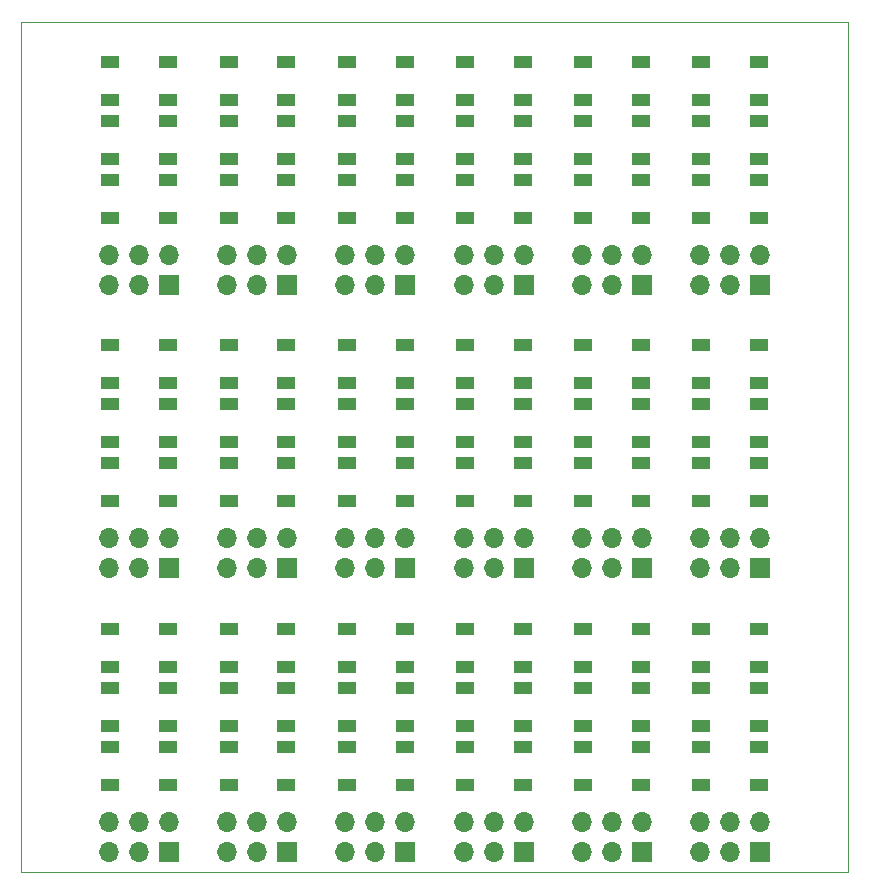
<source format=gbr>
G04 #@! TF.GenerationSoftware,KiCad,Pcbnew,5.1.10-88a1d61d58~90~ubuntu21.04.1*
G04 #@! TF.CreationDate,2021-10-01T11:59:45+02:00*
G04 #@! TF.ProjectId,IndicatorLeds,496e6469-6361-4746-9f72-4c6564732e6b,rev?*
G04 #@! TF.SameCoordinates,Original*
G04 #@! TF.FileFunction,Soldermask,Top*
G04 #@! TF.FilePolarity,Negative*
%FSLAX46Y46*%
G04 Gerber Fmt 4.6, Leading zero omitted, Abs format (unit mm)*
G04 Created by KiCad (PCBNEW 5.1.10-88a1d61d58~90~ubuntu21.04.1) date 2021-10-01 11:59:45*
%MOMM*%
%LPD*%
G01*
G04 APERTURE LIST*
G04 #@! TA.AperFunction,Profile*
%ADD10C,0.100000*%
G04 #@! TD*
%ADD11R,1.700000X1.700000*%
%ADD12O,1.700000X1.700000*%
%ADD13R,1.500000X1.000000*%
G04 APERTURE END LIST*
D10*
X45000000Y-49999000D02*
X110000000Y-49999000D01*
X45000000Y-122001000D02*
X45000000Y-49999000D01*
X115001000Y-122001000D02*
X45000000Y-122001000D01*
X115001000Y-49999000D02*
X115001000Y-122001000D01*
X110000000Y-49999000D02*
X115001000Y-49999000D01*
D11*
G04 #@! TO.C,J1*
X107529026Y-120261011D03*
D12*
X107529026Y-117721011D03*
X104989026Y-120261011D03*
X104989026Y-117721011D03*
X102449026Y-120261011D03*
X102449026Y-117721011D03*
G04 #@! TD*
D13*
G04 #@! TO.C,D1*
X107450026Y-114600011D03*
X107450026Y-111400011D03*
X102550026Y-114600011D03*
X102550026Y-111400011D03*
G04 #@! TD*
G04 #@! TO.C,D2*
X107450026Y-109600011D03*
X107450026Y-106400011D03*
X102550026Y-109600011D03*
X102550026Y-106400011D03*
G04 #@! TD*
G04 #@! TO.C,D3*
X107450026Y-104600011D03*
X107450026Y-101400011D03*
X102550026Y-104600011D03*
X102550026Y-101400011D03*
G04 #@! TD*
D11*
G04 #@! TO.C,J1*
X97529021Y-120261011D03*
D12*
X97529021Y-117721011D03*
X94989021Y-120261011D03*
X94989021Y-117721011D03*
X92449021Y-120261011D03*
X92449021Y-117721011D03*
G04 #@! TD*
D13*
G04 #@! TO.C,D1*
X97450021Y-114600011D03*
X97450021Y-111400011D03*
X92550021Y-114600011D03*
X92550021Y-111400011D03*
G04 #@! TD*
G04 #@! TO.C,D2*
X97450021Y-109600011D03*
X97450021Y-106400011D03*
X92550021Y-109600011D03*
X92550021Y-106400011D03*
G04 #@! TD*
G04 #@! TO.C,D3*
X97450021Y-104600011D03*
X97450021Y-101400011D03*
X92550021Y-104600011D03*
X92550021Y-101400011D03*
G04 #@! TD*
D11*
G04 #@! TO.C,J1*
X87529016Y-120261011D03*
D12*
X87529016Y-117721011D03*
X84989016Y-120261011D03*
X84989016Y-117721011D03*
X82449016Y-120261011D03*
X82449016Y-117721011D03*
G04 #@! TD*
D13*
G04 #@! TO.C,D1*
X87450016Y-114600011D03*
X87450016Y-111400011D03*
X82550016Y-114600011D03*
X82550016Y-111400011D03*
G04 #@! TD*
G04 #@! TO.C,D2*
X87450016Y-109600011D03*
X87450016Y-106400011D03*
X82550016Y-109600011D03*
X82550016Y-106400011D03*
G04 #@! TD*
G04 #@! TO.C,D3*
X87450016Y-104600011D03*
X87450016Y-101400011D03*
X82550016Y-104600011D03*
X82550016Y-101400011D03*
G04 #@! TD*
D11*
G04 #@! TO.C,J1*
X77529011Y-120261011D03*
D12*
X77529011Y-117721011D03*
X74989011Y-120261011D03*
X74989011Y-117721011D03*
X72449011Y-120261011D03*
X72449011Y-117721011D03*
G04 #@! TD*
D13*
G04 #@! TO.C,D1*
X77450011Y-114600011D03*
X77450011Y-111400011D03*
X72550011Y-114600011D03*
X72550011Y-111400011D03*
G04 #@! TD*
G04 #@! TO.C,D2*
X77450011Y-109600011D03*
X77450011Y-106400011D03*
X72550011Y-109600011D03*
X72550011Y-106400011D03*
G04 #@! TD*
G04 #@! TO.C,D3*
X77450011Y-104600011D03*
X77450011Y-101400011D03*
X72550011Y-104600011D03*
X72550011Y-101400011D03*
G04 #@! TD*
D11*
G04 #@! TO.C,J1*
X67529006Y-120261011D03*
D12*
X67529006Y-117721011D03*
X64989006Y-120261011D03*
X64989006Y-117721011D03*
X62449006Y-120261011D03*
X62449006Y-117721011D03*
G04 #@! TD*
D13*
G04 #@! TO.C,D1*
X67450006Y-114600011D03*
X67450006Y-111400011D03*
X62550006Y-114600011D03*
X62550006Y-111400011D03*
G04 #@! TD*
G04 #@! TO.C,D2*
X67450006Y-109600011D03*
X67450006Y-106400011D03*
X62550006Y-109600011D03*
X62550006Y-106400011D03*
G04 #@! TD*
G04 #@! TO.C,D3*
X67450006Y-104600011D03*
X67450006Y-101400011D03*
X62550006Y-104600011D03*
X62550006Y-101400011D03*
G04 #@! TD*
D11*
G04 #@! TO.C,J1*
X57529001Y-120261011D03*
D12*
X57529001Y-117721011D03*
X54989001Y-120261011D03*
X54989001Y-117721011D03*
X52449001Y-120261011D03*
X52449001Y-117721011D03*
G04 #@! TD*
D13*
G04 #@! TO.C,D1*
X57450001Y-114600011D03*
X57450001Y-111400011D03*
X52550001Y-114600011D03*
X52550001Y-111400011D03*
G04 #@! TD*
G04 #@! TO.C,D2*
X57450001Y-109600011D03*
X57450001Y-106400011D03*
X52550001Y-109600011D03*
X52550001Y-106400011D03*
G04 #@! TD*
G04 #@! TO.C,D3*
X57450001Y-104600011D03*
X57450001Y-101400011D03*
X52550001Y-104600011D03*
X52550001Y-101400011D03*
G04 #@! TD*
D11*
G04 #@! TO.C,J1*
X107529026Y-96261006D03*
D12*
X107529026Y-93721006D03*
X104989026Y-96261006D03*
X104989026Y-93721006D03*
X102449026Y-96261006D03*
X102449026Y-93721006D03*
G04 #@! TD*
D13*
G04 #@! TO.C,D1*
X107450026Y-90600006D03*
X107450026Y-87400006D03*
X102550026Y-90600006D03*
X102550026Y-87400006D03*
G04 #@! TD*
G04 #@! TO.C,D2*
X107450026Y-85600006D03*
X107450026Y-82400006D03*
X102550026Y-85600006D03*
X102550026Y-82400006D03*
G04 #@! TD*
G04 #@! TO.C,D3*
X107450026Y-80600006D03*
X107450026Y-77400006D03*
X102550026Y-80600006D03*
X102550026Y-77400006D03*
G04 #@! TD*
D11*
G04 #@! TO.C,J1*
X97529021Y-96261006D03*
D12*
X97529021Y-93721006D03*
X94989021Y-96261006D03*
X94989021Y-93721006D03*
X92449021Y-96261006D03*
X92449021Y-93721006D03*
G04 #@! TD*
D13*
G04 #@! TO.C,D1*
X97450021Y-90600006D03*
X97450021Y-87400006D03*
X92550021Y-90600006D03*
X92550021Y-87400006D03*
G04 #@! TD*
G04 #@! TO.C,D2*
X97450021Y-85600006D03*
X97450021Y-82400006D03*
X92550021Y-85600006D03*
X92550021Y-82400006D03*
G04 #@! TD*
G04 #@! TO.C,D3*
X97450021Y-80600006D03*
X97450021Y-77400006D03*
X92550021Y-80600006D03*
X92550021Y-77400006D03*
G04 #@! TD*
D11*
G04 #@! TO.C,J1*
X87529016Y-96261006D03*
D12*
X87529016Y-93721006D03*
X84989016Y-96261006D03*
X84989016Y-93721006D03*
X82449016Y-96261006D03*
X82449016Y-93721006D03*
G04 #@! TD*
D13*
G04 #@! TO.C,D1*
X87450016Y-90600006D03*
X87450016Y-87400006D03*
X82550016Y-90600006D03*
X82550016Y-87400006D03*
G04 #@! TD*
G04 #@! TO.C,D2*
X87450016Y-85600006D03*
X87450016Y-82400006D03*
X82550016Y-85600006D03*
X82550016Y-82400006D03*
G04 #@! TD*
G04 #@! TO.C,D3*
X87450016Y-80600006D03*
X87450016Y-77400006D03*
X82550016Y-80600006D03*
X82550016Y-77400006D03*
G04 #@! TD*
D11*
G04 #@! TO.C,J1*
X77529011Y-96261006D03*
D12*
X77529011Y-93721006D03*
X74989011Y-96261006D03*
X74989011Y-93721006D03*
X72449011Y-96261006D03*
X72449011Y-93721006D03*
G04 #@! TD*
D13*
G04 #@! TO.C,D1*
X77450011Y-90600006D03*
X77450011Y-87400006D03*
X72550011Y-90600006D03*
X72550011Y-87400006D03*
G04 #@! TD*
G04 #@! TO.C,D2*
X77450011Y-85600006D03*
X77450011Y-82400006D03*
X72550011Y-85600006D03*
X72550011Y-82400006D03*
G04 #@! TD*
G04 #@! TO.C,D3*
X77450011Y-80600006D03*
X77450011Y-77400006D03*
X72550011Y-80600006D03*
X72550011Y-77400006D03*
G04 #@! TD*
D11*
G04 #@! TO.C,J1*
X67529006Y-96261006D03*
D12*
X67529006Y-93721006D03*
X64989006Y-96261006D03*
X64989006Y-93721006D03*
X62449006Y-96261006D03*
X62449006Y-93721006D03*
G04 #@! TD*
D13*
G04 #@! TO.C,D1*
X67450006Y-90600006D03*
X67450006Y-87400006D03*
X62550006Y-90600006D03*
X62550006Y-87400006D03*
G04 #@! TD*
G04 #@! TO.C,D2*
X67450006Y-85600006D03*
X67450006Y-82400006D03*
X62550006Y-85600006D03*
X62550006Y-82400006D03*
G04 #@! TD*
G04 #@! TO.C,D3*
X67450006Y-80600006D03*
X67450006Y-77400006D03*
X62550006Y-80600006D03*
X62550006Y-77400006D03*
G04 #@! TD*
D11*
G04 #@! TO.C,J1*
X57529001Y-96261006D03*
D12*
X57529001Y-93721006D03*
X54989001Y-96261006D03*
X54989001Y-93721006D03*
X52449001Y-96261006D03*
X52449001Y-93721006D03*
G04 #@! TD*
D13*
G04 #@! TO.C,D1*
X57450001Y-90600006D03*
X57450001Y-87400006D03*
X52550001Y-90600006D03*
X52550001Y-87400006D03*
G04 #@! TD*
G04 #@! TO.C,D2*
X57450001Y-85600006D03*
X57450001Y-82400006D03*
X52550001Y-85600006D03*
X52550001Y-82400006D03*
G04 #@! TD*
G04 #@! TO.C,D3*
X57450001Y-80600006D03*
X57450001Y-77400006D03*
X52550001Y-80600006D03*
X52550001Y-77400006D03*
G04 #@! TD*
D11*
G04 #@! TO.C,J1*
X107529026Y-72261001D03*
D12*
X107529026Y-69721001D03*
X104989026Y-72261001D03*
X104989026Y-69721001D03*
X102449026Y-72261001D03*
X102449026Y-69721001D03*
G04 #@! TD*
D13*
G04 #@! TO.C,D1*
X107450026Y-66600001D03*
X107450026Y-63400001D03*
X102550026Y-66600001D03*
X102550026Y-63400001D03*
G04 #@! TD*
G04 #@! TO.C,D2*
X107450026Y-61600001D03*
X107450026Y-58400001D03*
X102550026Y-61600001D03*
X102550026Y-58400001D03*
G04 #@! TD*
G04 #@! TO.C,D3*
X107450026Y-56600001D03*
X107450026Y-53400001D03*
X102550026Y-56600001D03*
X102550026Y-53400001D03*
G04 #@! TD*
D11*
G04 #@! TO.C,J1*
X97529021Y-72261001D03*
D12*
X97529021Y-69721001D03*
X94989021Y-72261001D03*
X94989021Y-69721001D03*
X92449021Y-72261001D03*
X92449021Y-69721001D03*
G04 #@! TD*
D13*
G04 #@! TO.C,D1*
X97450021Y-66600001D03*
X97450021Y-63400001D03*
X92550021Y-66600001D03*
X92550021Y-63400001D03*
G04 #@! TD*
G04 #@! TO.C,D2*
X97450021Y-61600001D03*
X97450021Y-58400001D03*
X92550021Y-61600001D03*
X92550021Y-58400001D03*
G04 #@! TD*
G04 #@! TO.C,D3*
X97450021Y-56600001D03*
X97450021Y-53400001D03*
X92550021Y-56600001D03*
X92550021Y-53400001D03*
G04 #@! TD*
D11*
G04 #@! TO.C,J1*
X87529016Y-72261001D03*
D12*
X87529016Y-69721001D03*
X84989016Y-72261001D03*
X84989016Y-69721001D03*
X82449016Y-72261001D03*
X82449016Y-69721001D03*
G04 #@! TD*
D13*
G04 #@! TO.C,D1*
X87450016Y-66600001D03*
X87450016Y-63400001D03*
X82550016Y-66600001D03*
X82550016Y-63400001D03*
G04 #@! TD*
G04 #@! TO.C,D2*
X87450016Y-61600001D03*
X87450016Y-58400001D03*
X82550016Y-61600001D03*
X82550016Y-58400001D03*
G04 #@! TD*
G04 #@! TO.C,D3*
X87450016Y-56600001D03*
X87450016Y-53400001D03*
X82550016Y-56600001D03*
X82550016Y-53400001D03*
G04 #@! TD*
D11*
G04 #@! TO.C,J1*
X77529011Y-72261001D03*
D12*
X77529011Y-69721001D03*
X74989011Y-72261001D03*
X74989011Y-69721001D03*
X72449011Y-72261001D03*
X72449011Y-69721001D03*
G04 #@! TD*
D13*
G04 #@! TO.C,D1*
X77450011Y-66600001D03*
X77450011Y-63400001D03*
X72550011Y-66600001D03*
X72550011Y-63400001D03*
G04 #@! TD*
G04 #@! TO.C,D2*
X77450011Y-61600001D03*
X77450011Y-58400001D03*
X72550011Y-61600001D03*
X72550011Y-58400001D03*
G04 #@! TD*
G04 #@! TO.C,D3*
X77450011Y-56600001D03*
X77450011Y-53400001D03*
X72550011Y-56600001D03*
X72550011Y-53400001D03*
G04 #@! TD*
D11*
G04 #@! TO.C,J1*
X67529006Y-72261001D03*
D12*
X67529006Y-69721001D03*
X64989006Y-72261001D03*
X64989006Y-69721001D03*
X62449006Y-72261001D03*
X62449006Y-69721001D03*
G04 #@! TD*
D13*
G04 #@! TO.C,D1*
X67450006Y-66600001D03*
X67450006Y-63400001D03*
X62550006Y-66600001D03*
X62550006Y-63400001D03*
G04 #@! TD*
G04 #@! TO.C,D2*
X67450006Y-61600001D03*
X67450006Y-58400001D03*
X62550006Y-61600001D03*
X62550006Y-58400001D03*
G04 #@! TD*
G04 #@! TO.C,D3*
X67450006Y-56600001D03*
X67450006Y-53400001D03*
X62550006Y-56600001D03*
X62550006Y-53400001D03*
G04 #@! TD*
D11*
G04 #@! TO.C,J1*
X57529001Y-72261001D03*
D12*
X57529001Y-69721001D03*
X54989001Y-72261001D03*
X54989001Y-69721001D03*
X52449001Y-72261001D03*
X52449001Y-69721001D03*
G04 #@! TD*
D13*
G04 #@! TO.C,D1*
X57450001Y-66600001D03*
X57450001Y-63400001D03*
X52550001Y-66600001D03*
X52550001Y-63400001D03*
G04 #@! TD*
G04 #@! TO.C,D2*
X57450001Y-61600001D03*
X57450001Y-58400001D03*
X52550001Y-61600001D03*
X52550001Y-58400001D03*
G04 #@! TD*
G04 #@! TO.C,D3*
X57450001Y-56600001D03*
X57450001Y-53400001D03*
X52550001Y-56600001D03*
X52550001Y-53400001D03*
G04 #@! TD*
M02*

</source>
